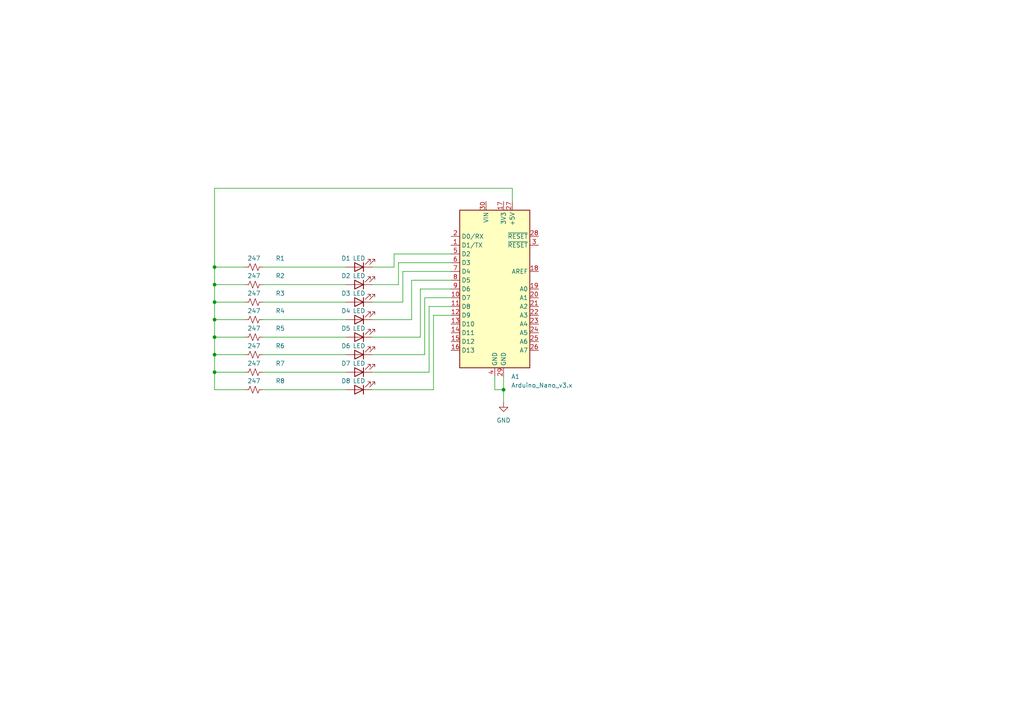
<source format=kicad_sch>
(kicad_sch (version 20230121) (generator eeschema)

  (uuid 93b3a588-1569-4d20-93b9-cf282f1e8633)

  (paper "A4")

  (title_block
    (title "ADRUINO UNO SHIELD ")
    (date "2024-01-13")
    (rev "1")
    (company "BACH KHOA UNIVERSITY")
    (comment 1 "EMBEDDED SYSTEM - TT01")
  )

  (lib_symbols
    (symbol "Device:LED" (pin_numbers hide) (pin_names (offset 1.016) hide) (in_bom yes) (on_board yes)
      (property "Reference" "D" (at 0 2.54 0)
        (effects (font (size 1.27 1.27)))
      )
      (property "Value" "LED" (at 0 -2.54 0)
        (effects (font (size 1.27 1.27)))
      )
      (property "Footprint" "" (at 0 0 0)
        (effects (font (size 1.27 1.27)) hide)
      )
      (property "Datasheet" "~" (at 0 0 0)
        (effects (font (size 1.27 1.27)) hide)
      )
      (property "ki_keywords" "LED diode" (at 0 0 0)
        (effects (font (size 1.27 1.27)) hide)
      )
      (property "ki_description" "Light emitting diode" (at 0 0 0)
        (effects (font (size 1.27 1.27)) hide)
      )
      (property "ki_fp_filters" "LED* LED_SMD:* LED_THT:*" (at 0 0 0)
        (effects (font (size 1.27 1.27)) hide)
      )
      (symbol "LED_0_1"
        (polyline
          (pts
            (xy -1.27 -1.27)
            (xy -1.27 1.27)
          )
          (stroke (width 0.254) (type default))
          (fill (type none))
        )
        (polyline
          (pts
            (xy -1.27 0)
            (xy 1.27 0)
          )
          (stroke (width 0) (type default))
          (fill (type none))
        )
        (polyline
          (pts
            (xy 1.27 -1.27)
            (xy 1.27 1.27)
            (xy -1.27 0)
            (xy 1.27 -1.27)
          )
          (stroke (width 0.254) (type default))
          (fill (type none))
        )
        (polyline
          (pts
            (xy -3.048 -0.762)
            (xy -4.572 -2.286)
            (xy -3.81 -2.286)
            (xy -4.572 -2.286)
            (xy -4.572 -1.524)
          )
          (stroke (width 0) (type default))
          (fill (type none))
        )
        (polyline
          (pts
            (xy -1.778 -0.762)
            (xy -3.302 -2.286)
            (xy -2.54 -2.286)
            (xy -3.302 -2.286)
            (xy -3.302 -1.524)
          )
          (stroke (width 0) (type default))
          (fill (type none))
        )
      )
      (symbol "LED_1_1"
        (pin passive line (at -3.81 0 0) (length 2.54)
          (name "K" (effects (font (size 1.27 1.27))))
          (number "1" (effects (font (size 1.27 1.27))))
        )
        (pin passive line (at 3.81 0 180) (length 2.54)
          (name "A" (effects (font (size 1.27 1.27))))
          (number "2" (effects (font (size 1.27 1.27))))
        )
      )
    )
    (symbol "Device:R_Small_US" (pin_numbers hide) (pin_names (offset 0.254) hide) (in_bom yes) (on_board yes)
      (property "Reference" "R" (at 0.762 0.508 0)
        (effects (font (size 1.27 1.27)) (justify left))
      )
      (property "Value" "R_Small_US" (at 0.762 -1.016 0)
        (effects (font (size 1.27 1.27)) (justify left))
      )
      (property "Footprint" "" (at 0 0 0)
        (effects (font (size 1.27 1.27)) hide)
      )
      (property "Datasheet" "~" (at 0 0 0)
        (effects (font (size 1.27 1.27)) hide)
      )
      (property "ki_keywords" "r resistor" (at 0 0 0)
        (effects (font (size 1.27 1.27)) hide)
      )
      (property "ki_description" "Resistor, small US symbol" (at 0 0 0)
        (effects (font (size 1.27 1.27)) hide)
      )
      (property "ki_fp_filters" "R_*" (at 0 0 0)
        (effects (font (size 1.27 1.27)) hide)
      )
      (symbol "R_Small_US_1_1"
        (polyline
          (pts
            (xy 0 0)
            (xy 1.016 -0.381)
            (xy 0 -0.762)
            (xy -1.016 -1.143)
            (xy 0 -1.524)
          )
          (stroke (width 0) (type default))
          (fill (type none))
        )
        (polyline
          (pts
            (xy 0 1.524)
            (xy 1.016 1.143)
            (xy 0 0.762)
            (xy -1.016 0.381)
            (xy 0 0)
          )
          (stroke (width 0) (type default))
          (fill (type none))
        )
        (pin passive line (at 0 2.54 270) (length 1.016)
          (name "~" (effects (font (size 1.27 1.27))))
          (number "1" (effects (font (size 1.27 1.27))))
        )
        (pin passive line (at 0 -2.54 90) (length 1.016)
          (name "~" (effects (font (size 1.27 1.27))))
          (number "2" (effects (font (size 1.27 1.27))))
        )
      )
    )
    (symbol "MCU_Module:Arduino_Nano_v3.x" (in_bom yes) (on_board yes)
      (property "Reference" "A" (at -10.16 23.495 0)
        (effects (font (size 1.27 1.27)) (justify left bottom))
      )
      (property "Value" "Arduino_Nano_v3.x" (at 5.08 -24.13 0)
        (effects (font (size 1.27 1.27)) (justify left top))
      )
      (property "Footprint" "Module:Arduino_Nano" (at 0 0 0)
        (effects (font (size 1.27 1.27) italic) hide)
      )
      (property "Datasheet" "http://www.mouser.com/pdfdocs/Gravitech_Arduino_Nano3_0.pdf" (at 0 0 0)
        (effects (font (size 1.27 1.27)) hide)
      )
      (property "ki_keywords" "Arduino nano microcontroller module USB" (at 0 0 0)
        (effects (font (size 1.27 1.27)) hide)
      )
      (property "ki_description" "Arduino Nano v3.x" (at 0 0 0)
        (effects (font (size 1.27 1.27)) hide)
      )
      (property "ki_fp_filters" "Arduino*Nano*" (at 0 0 0)
        (effects (font (size 1.27 1.27)) hide)
      )
      (symbol "Arduino_Nano_v3.x_0_1"
        (rectangle (start -10.16 22.86) (end 10.16 -22.86)
          (stroke (width 0.254) (type default))
          (fill (type background))
        )
      )
      (symbol "Arduino_Nano_v3.x_1_1"
        (pin bidirectional line (at -12.7 12.7 0) (length 2.54)
          (name "D1/TX" (effects (font (size 1.27 1.27))))
          (number "1" (effects (font (size 1.27 1.27))))
        )
        (pin bidirectional line (at -12.7 -2.54 0) (length 2.54)
          (name "D7" (effects (font (size 1.27 1.27))))
          (number "10" (effects (font (size 1.27 1.27))))
        )
        (pin bidirectional line (at -12.7 -5.08 0) (length 2.54)
          (name "D8" (effects (font (size 1.27 1.27))))
          (number "11" (effects (font (size 1.27 1.27))))
        )
        (pin bidirectional line (at -12.7 -7.62 0) (length 2.54)
          (name "D9" (effects (font (size 1.27 1.27))))
          (number "12" (effects (font (size 1.27 1.27))))
        )
        (pin bidirectional line (at -12.7 -10.16 0) (length 2.54)
          (name "D10" (effects (font (size 1.27 1.27))))
          (number "13" (effects (font (size 1.27 1.27))))
        )
        (pin bidirectional line (at -12.7 -12.7 0) (length 2.54)
          (name "D11" (effects (font (size 1.27 1.27))))
          (number "14" (effects (font (size 1.27 1.27))))
        )
        (pin bidirectional line (at -12.7 -15.24 0) (length 2.54)
          (name "D12" (effects (font (size 1.27 1.27))))
          (number "15" (effects (font (size 1.27 1.27))))
        )
        (pin bidirectional line (at -12.7 -17.78 0) (length 2.54)
          (name "D13" (effects (font (size 1.27 1.27))))
          (number "16" (effects (font (size 1.27 1.27))))
        )
        (pin power_out line (at 2.54 25.4 270) (length 2.54)
          (name "3V3" (effects (font (size 1.27 1.27))))
          (number "17" (effects (font (size 1.27 1.27))))
        )
        (pin input line (at 12.7 5.08 180) (length 2.54)
          (name "AREF" (effects (font (size 1.27 1.27))))
          (number "18" (effects (font (size 1.27 1.27))))
        )
        (pin bidirectional line (at 12.7 0 180) (length 2.54)
          (name "A0" (effects (font (size 1.27 1.27))))
          (number "19" (effects (font (size 1.27 1.27))))
        )
        (pin bidirectional line (at -12.7 15.24 0) (length 2.54)
          (name "D0/RX" (effects (font (size 1.27 1.27))))
          (number "2" (effects (font (size 1.27 1.27))))
        )
        (pin bidirectional line (at 12.7 -2.54 180) (length 2.54)
          (name "A1" (effects (font (size 1.27 1.27))))
          (number "20" (effects (font (size 1.27 1.27))))
        )
        (pin bidirectional line (at 12.7 -5.08 180) (length 2.54)
          (name "A2" (effects (font (size 1.27 1.27))))
          (number "21" (effects (font (size 1.27 1.27))))
        )
        (pin bidirectional line (at 12.7 -7.62 180) (length 2.54)
          (name "A3" (effects (font (size 1.27 1.27))))
          (number "22" (effects (font (size 1.27 1.27))))
        )
        (pin bidirectional line (at 12.7 -10.16 180) (length 2.54)
          (name "A4" (effects (font (size 1.27 1.27))))
          (number "23" (effects (font (size 1.27 1.27))))
        )
        (pin bidirectional line (at 12.7 -12.7 180) (length 2.54)
          (name "A5" (effects (font (size 1.27 1.27))))
          (number "24" (effects (font (size 1.27 1.27))))
        )
        (pin bidirectional line (at 12.7 -15.24 180) (length 2.54)
          (name "A6" (effects (font (size 1.27 1.27))))
          (number "25" (effects (font (size 1.27 1.27))))
        )
        (pin bidirectional line (at 12.7 -17.78 180) (length 2.54)
          (name "A7" (effects (font (size 1.27 1.27))))
          (number "26" (effects (font (size 1.27 1.27))))
        )
        (pin power_out line (at 5.08 25.4 270) (length 2.54)
          (name "+5V" (effects (font (size 1.27 1.27))))
          (number "27" (effects (font (size 1.27 1.27))))
        )
        (pin input line (at 12.7 15.24 180) (length 2.54)
          (name "~{RESET}" (effects (font (size 1.27 1.27))))
          (number "28" (effects (font (size 1.27 1.27))))
        )
        (pin power_in line (at 2.54 -25.4 90) (length 2.54)
          (name "GND" (effects (font (size 1.27 1.27))))
          (number "29" (effects (font (size 1.27 1.27))))
        )
        (pin input line (at 12.7 12.7 180) (length 2.54)
          (name "~{RESET}" (effects (font (size 1.27 1.27))))
          (number "3" (effects (font (size 1.27 1.27))))
        )
        (pin power_in line (at -2.54 25.4 270) (length 2.54)
          (name "VIN" (effects (font (size 1.27 1.27))))
          (number "30" (effects (font (size 1.27 1.27))))
        )
        (pin power_in line (at 0 -25.4 90) (length 2.54)
          (name "GND" (effects (font (size 1.27 1.27))))
          (number "4" (effects (font (size 1.27 1.27))))
        )
        (pin bidirectional line (at -12.7 10.16 0) (length 2.54)
          (name "D2" (effects (font (size 1.27 1.27))))
          (number "5" (effects (font (size 1.27 1.27))))
        )
        (pin bidirectional line (at -12.7 7.62 0) (length 2.54)
          (name "D3" (effects (font (size 1.27 1.27))))
          (number "6" (effects (font (size 1.27 1.27))))
        )
        (pin bidirectional line (at -12.7 5.08 0) (length 2.54)
          (name "D4" (effects (font (size 1.27 1.27))))
          (number "7" (effects (font (size 1.27 1.27))))
        )
        (pin bidirectional line (at -12.7 2.54 0) (length 2.54)
          (name "D5" (effects (font (size 1.27 1.27))))
          (number "8" (effects (font (size 1.27 1.27))))
        )
        (pin bidirectional line (at -12.7 0 0) (length 2.54)
          (name "D6" (effects (font (size 1.27 1.27))))
          (number "9" (effects (font (size 1.27 1.27))))
        )
      )
    )
    (symbol "power:GND" (power) (pin_names (offset 0)) (in_bom yes) (on_board yes)
      (property "Reference" "#PWR" (at 0 -6.35 0)
        (effects (font (size 1.27 1.27)) hide)
      )
      (property "Value" "GND" (at 0 -3.81 0)
        (effects (font (size 1.27 1.27)))
      )
      (property "Footprint" "" (at 0 0 0)
        (effects (font (size 1.27 1.27)) hide)
      )
      (property "Datasheet" "" (at 0 0 0)
        (effects (font (size 1.27 1.27)) hide)
      )
      (property "ki_keywords" "global power" (at 0 0 0)
        (effects (font (size 1.27 1.27)) hide)
      )
      (property "ki_description" "Power symbol creates a global label with name \"GND\" , ground" (at 0 0 0)
        (effects (font (size 1.27 1.27)) hide)
      )
      (symbol "GND_0_1"
        (polyline
          (pts
            (xy 0 0)
            (xy 0 -1.27)
            (xy 1.27 -1.27)
            (xy 0 -2.54)
            (xy -1.27 -1.27)
            (xy 0 -1.27)
          )
          (stroke (width 0) (type default))
          (fill (type none))
        )
      )
      (symbol "GND_1_1"
        (pin power_in line (at 0 0 270) (length 0) hide
          (name "GND" (effects (font (size 1.27 1.27))))
          (number "1" (effects (font (size 1.27 1.27))))
        )
      )
    )
  )

  (junction (at 62.23 107.95) (diameter 0) (color 0 0 0 0)
    (uuid 114dccc2-57e1-4727-ba28-dafea93426a5)
  )
  (junction (at 62.23 82.55) (diameter 0) (color 0 0 0 0)
    (uuid 29ae30cb-3fc8-4d47-9d74-2ae4a6656486)
  )
  (junction (at 62.23 92.71) (diameter 0) (color 0 0 0 0)
    (uuid 4577fff7-6f60-4178-8e32-283fc4e98d8b)
  )
  (junction (at 62.23 87.63) (diameter 0) (color 0 0 0 0)
    (uuid 519c315d-8498-4b7c-9104-3c0ffecdefca)
  )
  (junction (at 62.23 77.47) (diameter 0) (color 0 0 0 0)
    (uuid 99933e20-0a9e-46c3-ae73-a7a4e6f6b91e)
  )
  (junction (at 146.05 113.03) (diameter 0) (color 0 0 0 0)
    (uuid ac6ba823-4ffc-46eb-a0eb-7293479da8e1)
  )
  (junction (at 62.23 102.87) (diameter 0) (color 0 0 0 0)
    (uuid e050b4c6-b3b3-4f2a-ae69-e49aa3413cb1)
  )
  (junction (at 62.23 97.79) (diameter 0) (color 0 0 0 0)
    (uuid e3aff54a-f628-4f45-ad53-9d5ffb096dee)
  )

  (wire (pts (xy 107.95 92.71) (xy 119.38 92.71))
    (stroke (width 0) (type default))
    (uuid 00d3a8ad-5a8b-4792-bccd-c5cf31ef6816)
  )
  (wire (pts (xy 121.92 97.79) (xy 121.92 83.82))
    (stroke (width 0) (type default))
    (uuid 0113ae92-d33c-4272-8eee-c623cb940e8c)
  )
  (wire (pts (xy 76.2 82.55) (xy 100.33 82.55))
    (stroke (width 0) (type default))
    (uuid 041fbf2d-5353-487f-a58e-eeedebe56904)
  )
  (wire (pts (xy 62.23 77.47) (xy 71.12 77.47))
    (stroke (width 0) (type default))
    (uuid 050f38a2-acac-468e-9b69-638b86222fe2)
  )
  (wire (pts (xy 146.05 109.22) (xy 146.05 113.03))
    (stroke (width 0) (type default))
    (uuid 0d18e99f-fe6a-4afa-b859-8ae26673fbc2)
  )
  (wire (pts (xy 107.95 77.47) (xy 114.3 77.47))
    (stroke (width 0) (type default))
    (uuid 10150742-cdfd-43c2-b8ec-457ba1f84661)
  )
  (wire (pts (xy 119.38 92.71) (xy 119.38 81.28))
    (stroke (width 0) (type default))
    (uuid 1bc9db8a-2d82-4ea3-9f23-924006d690f6)
  )
  (wire (pts (xy 115.57 76.2) (xy 130.81 76.2))
    (stroke (width 0) (type default))
    (uuid 219d28ce-db2e-4e87-8621-15874c32d962)
  )
  (wire (pts (xy 62.23 97.79) (xy 62.23 102.87))
    (stroke (width 0) (type default))
    (uuid 25a15979-8d63-4eae-92f8-c63d4284a24b)
  )
  (wire (pts (xy 123.19 102.87) (xy 123.19 86.36))
    (stroke (width 0) (type default))
    (uuid 279d9ce6-a1bb-43ce-b713-197bb19d3ddf)
  )
  (wire (pts (xy 76.2 77.47) (xy 100.33 77.47))
    (stroke (width 0) (type default))
    (uuid 289c868e-bc61-4f09-8ccd-21328876c36b)
  )
  (wire (pts (xy 62.23 87.63) (xy 71.12 87.63))
    (stroke (width 0) (type default))
    (uuid 29f8f6ca-734a-4922-a521-82efe39775ee)
  )
  (wire (pts (xy 107.95 87.63) (xy 116.84 87.63))
    (stroke (width 0) (type default))
    (uuid 2c5ebcb8-3acf-46b9-8555-931f8e7ac456)
  )
  (wire (pts (xy 116.84 87.63) (xy 116.84 78.74))
    (stroke (width 0) (type default))
    (uuid 2d1146a3-fdd2-410c-8049-97980c4e8b43)
  )
  (wire (pts (xy 62.23 107.95) (xy 71.12 107.95))
    (stroke (width 0) (type default))
    (uuid 2e941c50-0446-4b66-9e09-75ece8b26879)
  )
  (wire (pts (xy 124.46 107.95) (xy 124.46 88.9))
    (stroke (width 0) (type default))
    (uuid 31364d5b-b94a-4aee-b31e-984499046b38)
  )
  (wire (pts (xy 107.95 113.03) (xy 125.73 113.03))
    (stroke (width 0) (type default))
    (uuid 3309a9a3-d8c2-4606-9e62-b4feb9909efc)
  )
  (wire (pts (xy 76.2 113.03) (xy 100.33 113.03))
    (stroke (width 0) (type default))
    (uuid 3b9ed9c1-b623-4671-a5fe-88a636602eaf)
  )
  (wire (pts (xy 123.19 86.36) (xy 130.81 86.36))
    (stroke (width 0) (type default))
    (uuid 3c14faac-4cc9-4cb5-9bde-0c664a7e071e)
  )
  (wire (pts (xy 62.23 92.71) (xy 62.23 97.79))
    (stroke (width 0) (type default))
    (uuid 3f8252f7-9ee7-479e-a47e-34e1044e723e)
  )
  (wire (pts (xy 107.95 97.79) (xy 121.92 97.79))
    (stroke (width 0) (type default))
    (uuid 42561649-9ad1-49ab-9a68-8eb916b5ab83)
  )
  (wire (pts (xy 107.95 107.95) (xy 124.46 107.95))
    (stroke (width 0) (type default))
    (uuid 42b9aec4-0c1c-4bbc-84cc-af44428ae6af)
  )
  (wire (pts (xy 125.73 113.03) (xy 125.73 91.44))
    (stroke (width 0) (type default))
    (uuid 430cd7a8-3161-4c22-ac31-f98d93da2c11)
  )
  (wire (pts (xy 116.84 78.74) (xy 130.81 78.74))
    (stroke (width 0) (type default))
    (uuid 5849ab2e-7b5e-42d7-bd62-fa570e70bc2c)
  )
  (wire (pts (xy 76.2 102.87) (xy 100.33 102.87))
    (stroke (width 0) (type default))
    (uuid 5b8bbf2d-95c1-40a1-9483-06c31b5345ef)
  )
  (wire (pts (xy 62.23 102.87) (xy 71.12 102.87))
    (stroke (width 0) (type default))
    (uuid 60e466b9-ffce-417b-85d0-819e16ae4974)
  )
  (wire (pts (xy 62.23 82.55) (xy 62.23 87.63))
    (stroke (width 0) (type default))
    (uuid 61b43ee8-20b5-44fe-9e84-380d750ce103)
  )
  (wire (pts (xy 62.23 54.61) (xy 62.23 77.47))
    (stroke (width 0) (type default))
    (uuid 643bc520-ff5f-4794-ab17-57f3c23e725e)
  )
  (wire (pts (xy 62.23 97.79) (xy 71.12 97.79))
    (stroke (width 0) (type default))
    (uuid 64c4471e-f53e-4222-9326-57a28cae6aa9)
  )
  (wire (pts (xy 143.51 109.22) (xy 143.51 113.03))
    (stroke (width 0) (type default))
    (uuid 668af79b-a65c-4bcc-9544-ff40a33783dd)
  )
  (wire (pts (xy 76.2 87.63) (xy 100.33 87.63))
    (stroke (width 0) (type default))
    (uuid 76a426fb-57a1-4a95-8e5c-4b7fe8505173)
  )
  (wire (pts (xy 62.23 87.63) (xy 62.23 92.71))
    (stroke (width 0) (type default))
    (uuid 7ff2217d-333f-4377-8302-dbd532892ae4)
  )
  (wire (pts (xy 76.2 107.95) (xy 100.33 107.95))
    (stroke (width 0) (type default))
    (uuid 89750da2-6ea7-4d39-a8da-02cb4c77cf23)
  )
  (wire (pts (xy 76.2 92.71) (xy 100.33 92.71))
    (stroke (width 0) (type default))
    (uuid 926e9be1-d56f-4495-bd19-42b17d27d26a)
  )
  (wire (pts (xy 62.23 107.95) (xy 62.23 113.03))
    (stroke (width 0) (type default))
    (uuid 98e5c29f-7561-4bd1-9881-6fe5455c7a7e)
  )
  (wire (pts (xy 148.59 54.61) (xy 62.23 54.61))
    (stroke (width 0) (type default))
    (uuid 9fb9e839-664a-4d0d-9299-577c7afff7b1)
  )
  (wire (pts (xy 148.59 58.42) (xy 148.59 54.61))
    (stroke (width 0) (type default))
    (uuid a0fe2ceb-d56c-4297-aa6e-b4649095f14f)
  )
  (wire (pts (xy 114.3 77.47) (xy 114.3 73.66))
    (stroke (width 0) (type default))
    (uuid a1f24946-69ce-4220-89dc-57a55a629b1c)
  )
  (wire (pts (xy 143.51 113.03) (xy 146.05 113.03))
    (stroke (width 0) (type default))
    (uuid a5218a91-af65-4029-bd7d-a504a8e08490)
  )
  (wire (pts (xy 124.46 88.9) (xy 130.81 88.9))
    (stroke (width 0) (type default))
    (uuid a6942958-f95a-469b-8446-07797aacafc7)
  )
  (wire (pts (xy 121.92 83.82) (xy 130.81 83.82))
    (stroke (width 0) (type default))
    (uuid acaf2e3d-dbfc-419a-81f5-54aa857391d7)
  )
  (wire (pts (xy 76.2 97.79) (xy 100.33 97.79))
    (stroke (width 0) (type default))
    (uuid b670dc22-a008-429e-8265-986dcad7d607)
  )
  (wire (pts (xy 115.57 82.55) (xy 115.57 76.2))
    (stroke (width 0) (type default))
    (uuid bc4506bc-cb07-405f-acb0-8ecd4fdc8052)
  )
  (wire (pts (xy 146.05 113.03) (xy 146.05 116.84))
    (stroke (width 0) (type default))
    (uuid bc97bf90-1603-4bba-a210-530f84e10d01)
  )
  (wire (pts (xy 62.23 82.55) (xy 71.12 82.55))
    (stroke (width 0) (type default))
    (uuid bee9c029-fe90-4ba0-91fe-8b791a690e5f)
  )
  (wire (pts (xy 62.23 113.03) (xy 71.12 113.03))
    (stroke (width 0) (type default))
    (uuid bf833516-c015-4bb7-9d90-0e5912271b7b)
  )
  (wire (pts (xy 62.23 102.87) (xy 62.23 107.95))
    (stroke (width 0) (type default))
    (uuid c4c51628-d7e0-4ded-a5ef-6ca818effa70)
  )
  (wire (pts (xy 107.95 82.55) (xy 115.57 82.55))
    (stroke (width 0) (type default))
    (uuid c896ebd5-2843-44e9-88b0-d9fbae998833)
  )
  (wire (pts (xy 107.95 102.87) (xy 123.19 102.87))
    (stroke (width 0) (type default))
    (uuid d130eddd-9d72-4f7f-af19-818cb40f18d9)
  )
  (wire (pts (xy 62.23 92.71) (xy 71.12 92.71))
    (stroke (width 0) (type default))
    (uuid d2219847-cf80-4fd6-b30b-47608b17e3fa)
  )
  (wire (pts (xy 125.73 91.44) (xy 130.81 91.44))
    (stroke (width 0) (type default))
    (uuid f721f88e-6495-4235-aa31-659427230f2f)
  )
  (wire (pts (xy 62.23 77.47) (xy 62.23 82.55))
    (stroke (width 0) (type default))
    (uuid fdad30ec-af8a-4291-bb85-dacb61245d0d)
  )
  (wire (pts (xy 114.3 73.66) (xy 130.81 73.66))
    (stroke (width 0) (type default))
    (uuid ff7ce833-f840-4790-90ab-22047298685e)
  )
  (wire (pts (xy 119.38 81.28) (xy 130.81 81.28))
    (stroke (width 0) (type default))
    (uuid fff122db-078a-47b0-a234-03f9ad4980c2)
  )

  (symbol (lib_id "Device:LED") (at 104.14 82.55 180) (unit 1)
    (in_bom yes) (on_board yes) (dnp no)
    (uuid 07ec3f49-22eb-410a-87c8-4babe266b309)
    (property "Reference" "D2" (at 100.33 80.01 0)
      (effects (font (size 1.27 1.27)))
    )
    (property "Value" "LED" (at 104.14 80.01 0)
      (effects (font (size 1.27 1.27)))
    )
    (property "Footprint" "LED_SMD:LED_0805_2012Metric" (at 104.14 82.55 0)
      (effects (font (size 1.27 1.27)) hide)
    )
    (property "Datasheet" "~" (at 104.14 82.55 0)
      (effects (font (size 1.27 1.27)) hide)
    )
    (pin "1" (uuid c5e0234f-bd79-41b0-9093-49bed8107842))
    (pin "2" (uuid eac2e567-9c6d-4992-b77c-75ff5c3a3cff))
    (instances
      (project "HW1"
        (path "/93b3a588-1569-4d20-93b9-cf282f1e8633"
          (reference "D2") (unit 1)
        )
      )
    )
  )

  (symbol (lib_id "Device:LED") (at 104.14 102.87 180) (unit 1)
    (in_bom yes) (on_board yes) (dnp no)
    (uuid 0a7a7942-1b0c-44c8-93bb-260c2e10576c)
    (property "Reference" "D6" (at 100.33 100.33 0)
      (effects (font (size 1.27 1.27)))
    )
    (property "Value" "LED" (at 104.14 100.33 0)
      (effects (font (size 1.27 1.27)))
    )
    (property "Footprint" "LED_SMD:LED_0805_2012Metric" (at 104.14 102.87 0)
      (effects (font (size 1.27 1.27)) hide)
    )
    (property "Datasheet" "~" (at 104.14 102.87 0)
      (effects (font (size 1.27 1.27)) hide)
    )
    (pin "1" (uuid 938a89e6-9ddb-4823-a8ca-f2d9625a737a))
    (pin "2" (uuid d2d34ac2-16fa-4cbd-88c9-f24494eb3d69))
    (instances
      (project "HW1"
        (path "/93b3a588-1569-4d20-93b9-cf282f1e8633"
          (reference "D6") (unit 1)
        )
      )
    )
  )

  (symbol (lib_id "Device:R_Small_US") (at 73.66 102.87 90) (unit 1)
    (in_bom yes) (on_board yes) (dnp no)
    (uuid 36146ec1-a087-4e0e-8469-2715d6df3d78)
    (property "Reference" "R6" (at 81.28 100.33 90)
      (effects (font (size 1.27 1.27)))
    )
    (property "Value" "247" (at 73.66 100.33 90)
      (effects (font (size 1.27 1.27)))
    )
    (property "Footprint" "Resistor_SMD:R_0603_1608Metric" (at 73.66 102.87 0)
      (effects (font (size 1.27 1.27)) hide)
    )
    (property "Datasheet" "~" (at 73.66 102.87 0)
      (effects (font (size 1.27 1.27)) hide)
    )
    (pin "2" (uuid bc754dfc-1505-4d04-9055-746a30b9223a))
    (pin "1" (uuid 53e92727-d327-46c3-9bac-02b6e6545a43))
    (instances
      (project "HW1"
        (path "/93b3a588-1569-4d20-93b9-cf282f1e8633"
          (reference "R6") (unit 1)
        )
      )
    )
  )

  (symbol (lib_id "Device:LED") (at 104.14 92.71 180) (unit 1)
    (in_bom yes) (on_board yes) (dnp no)
    (uuid 4198ca5f-238e-4b32-85e4-c0cfd7f17987)
    (property "Reference" "D4" (at 100.33 90.17 0)
      (effects (font (size 1.27 1.27)))
    )
    (property "Value" "LED" (at 104.14 90.17 0)
      (effects (font (size 1.27 1.27)))
    )
    (property "Footprint" "LED_SMD:LED_0805_2012Metric" (at 104.14 92.71 0)
      (effects (font (size 1.27 1.27)) hide)
    )
    (property "Datasheet" "~" (at 104.14 92.71 0)
      (effects (font (size 1.27 1.27)) hide)
    )
    (pin "1" (uuid 0591a094-9699-461c-b41f-147f3ae17f7c))
    (pin "2" (uuid a7c151e4-2486-49cd-9950-964610319418))
    (instances
      (project "HW1"
        (path "/93b3a588-1569-4d20-93b9-cf282f1e8633"
          (reference "D4") (unit 1)
        )
      )
    )
  )

  (symbol (lib_id "Device:LED") (at 104.14 87.63 180) (unit 1)
    (in_bom yes) (on_board yes) (dnp no)
    (uuid 431d83f0-a1cd-48f9-85af-dfdcb8f50521)
    (property "Reference" "D3" (at 100.33 85.09 0)
      (effects (font (size 1.27 1.27)))
    )
    (property "Value" "LED" (at 104.14 85.09 0)
      (effects (font (size 1.27 1.27)))
    )
    (property "Footprint" "LED_SMD:LED_0805_2012Metric" (at 104.14 87.63 0)
      (effects (font (size 1.27 1.27)) hide)
    )
    (property "Datasheet" "~" (at 104.14 87.63 0)
      (effects (font (size 1.27 1.27)) hide)
    )
    (pin "1" (uuid d4714f23-e7ad-47fc-847d-dab14c9b85ac))
    (pin "2" (uuid adb7dbf8-232c-4c89-bcb2-8afd84f3add5))
    (instances
      (project "HW1"
        (path "/93b3a588-1569-4d20-93b9-cf282f1e8633"
          (reference "D3") (unit 1)
        )
      )
    )
  )

  (symbol (lib_id "Device:R_Small_US") (at 73.66 113.03 90) (unit 1)
    (in_bom yes) (on_board yes) (dnp no)
    (uuid 48a77390-660c-4e51-8ea1-4123f2389618)
    (property "Reference" "R8" (at 81.28 110.49 90)
      (effects (font (size 1.27 1.27)))
    )
    (property "Value" "247" (at 73.66 110.49 90)
      (effects (font (size 1.27 1.27)))
    )
    (property "Footprint" "Resistor_SMD:R_0603_1608Metric" (at 73.66 113.03 0)
      (effects (font (size 1.27 1.27)) hide)
    )
    (property "Datasheet" "~" (at 73.66 113.03 0)
      (effects (font (size 1.27 1.27)) hide)
    )
    (pin "2" (uuid 2b710185-0bf2-4025-9b8d-636936253440))
    (pin "1" (uuid fd9acd87-308f-42c9-b696-2c509196691f))
    (instances
      (project "HW1"
        (path "/93b3a588-1569-4d20-93b9-cf282f1e8633"
          (reference "R8") (unit 1)
        )
      )
    )
  )

  (symbol (lib_id "Device:LED") (at 104.14 107.95 180) (unit 1)
    (in_bom yes) (on_board yes) (dnp no)
    (uuid 4b1bc306-c3f0-4263-9b80-c28bb7e7a5b4)
    (property "Reference" "D7" (at 100.33 105.41 0)
      (effects (font (size 1.27 1.27)))
    )
    (property "Value" "LED" (at 104.14 105.41 0)
      (effects (font (size 1.27 1.27)))
    )
    (property "Footprint" "LED_SMD:LED_0805_2012Metric" (at 104.14 107.95 0)
      (effects (font (size 1.27 1.27)) hide)
    )
    (property "Datasheet" "~" (at 104.14 107.95 0)
      (effects (font (size 1.27 1.27)) hide)
    )
    (pin "1" (uuid 1fbd9b3d-8b6d-41ef-b1e3-82a227a64856))
    (pin "2" (uuid 842f15ad-4c16-4653-a781-7e6d56b224ae))
    (instances
      (project "HW1"
        (path "/93b3a588-1569-4d20-93b9-cf282f1e8633"
          (reference "D7") (unit 1)
        )
      )
    )
  )

  (symbol (lib_id "Device:R_Small_US") (at 73.66 107.95 90) (unit 1)
    (in_bom yes) (on_board yes) (dnp no)
    (uuid 6b30e3f2-5f8f-48cb-abbc-7b258ef995e5)
    (property "Reference" "R7" (at 81.28 105.41 90)
      (effects (font (size 1.27 1.27)))
    )
    (property "Value" "247" (at 73.66 105.41 90)
      (effects (font (size 1.27 1.27)))
    )
    (property "Footprint" "Resistor_SMD:R_0603_1608Metric" (at 73.66 107.95 0)
      (effects (font (size 1.27 1.27)) hide)
    )
    (property "Datasheet" "~" (at 73.66 107.95 0)
      (effects (font (size 1.27 1.27)) hide)
    )
    (pin "2" (uuid 51f9e5e3-710e-40d9-af01-420c35a620c3))
    (pin "1" (uuid d7d35fb4-455b-4867-9ad0-906eb8e795e3))
    (instances
      (project "HW1"
        (path "/93b3a588-1569-4d20-93b9-cf282f1e8633"
          (reference "R7") (unit 1)
        )
      )
    )
  )

  (symbol (lib_id "Device:R_Small_US") (at 73.66 97.79 90) (unit 1)
    (in_bom yes) (on_board yes) (dnp no)
    (uuid 80501b26-9514-4644-91a2-44794fa4d324)
    (property "Reference" "R5" (at 81.28 95.25 90)
      (effects (font (size 1.27 1.27)))
    )
    (property "Value" "247" (at 73.66 95.25 90)
      (effects (font (size 1.27 1.27)))
    )
    (property "Footprint" "Resistor_SMD:R_0603_1608Metric" (at 73.66 97.79 0)
      (effects (font (size 1.27 1.27)) hide)
    )
    (property "Datasheet" "~" (at 73.66 97.79 0)
      (effects (font (size 1.27 1.27)) hide)
    )
    (pin "2" (uuid 3e340b9f-4bc1-4e08-85b8-a92535078fd4))
    (pin "1" (uuid cd70894f-f4fd-4af9-ba0a-94f4fec3bdbd))
    (instances
      (project "HW1"
        (path "/93b3a588-1569-4d20-93b9-cf282f1e8633"
          (reference "R5") (unit 1)
        )
      )
    )
  )

  (symbol (lib_id "Device:LED") (at 104.14 113.03 180) (unit 1)
    (in_bom yes) (on_board yes) (dnp no)
    (uuid 8f4156ff-4bc5-47d0-b144-283a32762dc5)
    (property "Reference" "D8" (at 100.33 110.49 0)
      (effects (font (size 1.27 1.27)))
    )
    (property "Value" "LED" (at 104.14 110.49 0)
      (effects (font (size 1.27 1.27)))
    )
    (property "Footprint" "LED_SMD:LED_0805_2012Metric" (at 104.14 113.03 0)
      (effects (font (size 1.27 1.27)) hide)
    )
    (property "Datasheet" "~" (at 104.14 113.03 0)
      (effects (font (size 1.27 1.27)) hide)
    )
    (pin "1" (uuid 86d0d0a8-412d-48a1-b776-26baaad38941))
    (pin "2" (uuid 3759a0b1-c4eb-4ca3-8cfc-5d99b7520d08))
    (instances
      (project "HW1"
        (path "/93b3a588-1569-4d20-93b9-cf282f1e8633"
          (reference "D8") (unit 1)
        )
      )
    )
  )

  (symbol (lib_id "Device:R_Small_US") (at 73.66 82.55 90) (unit 1)
    (in_bom yes) (on_board yes) (dnp no)
    (uuid 916bc190-1519-4b54-b1c2-9cbdbb274278)
    (property "Reference" "R2" (at 81.28 80.01 90)
      (effects (font (size 1.27 1.27)))
    )
    (property "Value" "247" (at 73.66 80.01 90)
      (effects (font (size 1.27 1.27)))
    )
    (property "Footprint" "Resistor_SMD:R_0603_1608Metric" (at 73.66 82.55 0)
      (effects (font (size 1.27 1.27)) hide)
    )
    (property "Datasheet" "~" (at 73.66 82.55 0)
      (effects (font (size 1.27 1.27)) hide)
    )
    (pin "2" (uuid d095d336-c262-494a-b37a-3c2969a1eb8e))
    (pin "1" (uuid 36fb08b4-0395-4508-9984-cc108bf9ebb2))
    (instances
      (project "HW1"
        (path "/93b3a588-1569-4d20-93b9-cf282f1e8633"
          (reference "R2") (unit 1)
        )
      )
    )
  )

  (symbol (lib_id "Device:R_Small_US") (at 73.66 92.71 90) (unit 1)
    (in_bom yes) (on_board yes) (dnp no)
    (uuid 99291bdc-d3ed-4f7f-b405-8ff64492f8fa)
    (property "Reference" "R4" (at 81.28 90.17 90)
      (effects (font (size 1.27 1.27)))
    )
    (property "Value" "247" (at 73.66 90.17 90)
      (effects (font (size 1.27 1.27)))
    )
    (property "Footprint" "Resistor_SMD:R_0603_1608Metric" (at 73.66 92.71 0)
      (effects (font (size 1.27 1.27)) hide)
    )
    (property "Datasheet" "~" (at 73.66 92.71 0)
      (effects (font (size 1.27 1.27)) hide)
    )
    (pin "2" (uuid df74b99b-825e-4d5d-8034-fb9f94ece04d))
    (pin "1" (uuid 6378cf97-9c4b-422e-965f-98f1f481a49a))
    (instances
      (project "HW1"
        (path "/93b3a588-1569-4d20-93b9-cf282f1e8633"
          (reference "R4") (unit 1)
        )
      )
    )
  )

  (symbol (lib_id "MCU_Module:Arduino_Nano_v3.x") (at 143.51 83.82 0) (unit 1)
    (in_bom yes) (on_board yes) (dnp no) (fields_autoplaced)
    (uuid 9bb80b42-bcea-4c29-88b2-f95ec26c1eef)
    (property "Reference" "A1" (at 148.2441 109.22 0)
      (effects (font (size 1.27 1.27)) (justify left))
    )
    (property "Value" "Arduino_Nano_v3.x" (at 148.2441 111.76 0)
      (effects (font (size 1.27 1.27)) (justify left))
    )
    (property "Footprint" "Module:Arduino_Nano" (at 143.51 83.82 0)
      (effects (font (size 1.27 1.27) italic) hide)
    )
    (property "Datasheet" "http://www.mouser.com/pdfdocs/Gravitech_Arduino_Nano3_0.pdf" (at 143.51 83.82 0)
      (effects (font (size 1.27 1.27)) hide)
    )
    (pin "12" (uuid 86ca70ae-e456-4c2d-bd01-b96df4bf67fd))
    (pin "17" (uuid 2d28b1a0-db20-40ce-8e67-f733b21a6335))
    (pin "28" (uuid 5068e060-511a-4d26-93dc-72fcecaaae59))
    (pin "30" (uuid 3f3e4720-5712-46a0-a67f-11c9b53ede7d))
    (pin "16" (uuid 422d414d-eae5-4d53-91ca-2d8468ded6fb))
    (pin "23" (uuid de351ecb-cda7-4071-9f23-4c1eba8b5cb4))
    (pin "4" (uuid 8ea3f976-f080-4fdf-b755-aece8fa7c44c))
    (pin "8" (uuid a351e08c-8eb9-4244-9c89-f6298f253d94))
    (pin "9" (uuid f275e1f3-690a-4eac-9969-0afdbcce5cb7))
    (pin "13" (uuid 213133fe-daef-4f2a-aa82-df9a713d9195))
    (pin "3" (uuid 742c3b44-3c16-4dbf-adb8-7e4b103b3d5a))
    (pin "1" (uuid da13acdb-847e-4136-9c4f-821acf3b70a2))
    (pin "14" (uuid 12be08e9-2946-479c-8cd8-6d088e6dd78e))
    (pin "25" (uuid f87e8909-32ba-4a76-8d7d-39fcf2084b00))
    (pin "11" (uuid d9c3819b-b22e-46d7-89ff-de0ac2e2e6c1))
    (pin "24" (uuid 32973dbe-0c67-4438-83e9-4ed18afaf747))
    (pin "22" (uuid 6a9e2fa5-734a-42bf-9e7c-9ffdd8fa8367))
    (pin "20" (uuid eac97897-f0f9-46fc-8a21-39a80238e4d6))
    (pin "15" (uuid ce468e8e-d8ab-4a8f-ac25-e9cd576748f7))
    (pin "29" (uuid baf189e9-dc6e-4f0c-a187-6cbb5e8c789b))
    (pin "27" (uuid e0830ca8-2697-4fdd-a7b8-12b375397c76))
    (pin "5" (uuid 6d2363d3-7f15-4d84-b71c-6a89cfc4eae9))
    (pin "2" (uuid f046af99-d889-4e03-85ba-18f896b26227))
    (pin "19" (uuid eadf49aa-f6bd-4f6c-9320-fa95e8ef1e94))
    (pin "26" (uuid 3499ee83-7258-4956-8ca2-ff8af0fa04fb))
    (pin "21" (uuid fe276dc7-f809-40b4-b292-28dfb31074d3))
    (pin "6" (uuid 25b0d97b-5690-473d-9d80-91ef19cdb230))
    (pin "7" (uuid 6ea00ac5-1fd1-4044-b2ee-4a3576b3b7bb))
    (pin "10" (uuid a643f80e-2c90-42a0-9d6d-45c7e63308e4))
    (pin "18" (uuid b9bbd9f8-3329-478f-8301-9930cf1b7a63))
    (instances
      (project "HW1"
        (path "/93b3a588-1569-4d20-93b9-cf282f1e8633"
          (reference "A1") (unit 1)
        )
      )
    )
  )

  (symbol (lib_id "Device:LED") (at 104.14 97.79 180) (unit 1)
    (in_bom yes) (on_board yes) (dnp no)
    (uuid ae7b6c3c-4e5c-419c-b9bc-96e7702f1996)
    (property "Reference" "D5" (at 100.33 95.25 0)
      (effects (font (size 1.27 1.27)))
    )
    (property "Value" "LED" (at 104.14 95.25 0)
      (effects (font (size 1.27 1.27)))
    )
    (property "Footprint" "LED_SMD:LED_0805_2012Metric" (at 104.14 97.79 0)
      (effects (font (size 1.27 1.27)) hide)
    )
    (property "Datasheet" "~" (at 104.14 97.79 0)
      (effects (font (size 1.27 1.27)) hide)
    )
    (pin "1" (uuid 36cbd469-e625-4291-938c-4965fa25896f))
    (pin "2" (uuid 31f5cb86-7ada-450a-807c-416c1a9e7919))
    (instances
      (project "HW1"
        (path "/93b3a588-1569-4d20-93b9-cf282f1e8633"
          (reference "D5") (unit 1)
        )
      )
    )
  )

  (symbol (lib_id "Device:R_Small_US") (at 73.66 77.47 90) (unit 1)
    (in_bom yes) (on_board yes) (dnp no)
    (uuid bc949ddc-94f6-4d03-8483-12d669993b73)
    (property "Reference" "R1" (at 81.28 74.93 90)
      (effects (font (size 1.27 1.27)))
    )
    (property "Value" "247" (at 73.66 74.93 90)
      (effects (font (size 1.27 1.27)))
    )
    (property "Footprint" "Resistor_SMD:R_0603_1608Metric" (at 73.66 77.47 0)
      (effects (font (size 1.27 1.27)) hide)
    )
    (property "Datasheet" "~" (at 73.66 77.47 0)
      (effects (font (size 1.27 1.27)) hide)
    )
    (pin "2" (uuid 2c0d721e-028f-4c3c-88b6-1148d3b427a2))
    (pin "1" (uuid aaeed432-0a17-4d14-b890-bfbc178b9ad1))
    (instances
      (project "HW1"
        (path "/93b3a588-1569-4d20-93b9-cf282f1e8633"
          (reference "R1") (unit 1)
        )
      )
    )
  )

  (symbol (lib_id "Device:R_Small_US") (at 73.66 87.63 90) (unit 1)
    (in_bom yes) (on_board yes) (dnp no)
    (uuid d280ecbe-41f8-4c4d-be94-4547c0c2e6aa)
    (property "Reference" "R3" (at 81.28 85.09 90)
      (effects (font (size 1.27 1.27)))
    )
    (property "Value" "247" (at 73.66 85.09 90)
      (effects (font (size 1.27 1.27)))
    )
    (property "Footprint" "Resistor_SMD:R_0603_1608Metric" (at 73.66 87.63 0)
      (effects (font (size 1.27 1.27)) hide)
    )
    (property "Datasheet" "~" (at 73.66 87.63 0)
      (effects (font (size 1.27 1.27)) hide)
    )
    (pin "2" (uuid 4bcab7b5-60b4-4bf3-92b7-2e9cf269cb86))
    (pin "1" (uuid 0462de3e-4a0f-44fe-8104-c6861ce45920))
    (instances
      (project "HW1"
        (path "/93b3a588-1569-4d20-93b9-cf282f1e8633"
          (reference "R3") (unit 1)
        )
      )
    )
  )

  (symbol (lib_id "power:GND") (at 146.05 116.84 0) (unit 1)
    (in_bom yes) (on_board yes) (dnp no) (fields_autoplaced)
    (uuid dd7c9986-3426-439c-a410-b8c67d366062)
    (property "Reference" "#PWR01" (at 146.05 123.19 0)
      (effects (font (size 1.27 1.27)) hide)
    )
    (property "Value" "GND" (at 146.05 121.92 0)
      (effects (font (size 1.27 1.27)))
    )
    (property "Footprint" "" (at 146.05 116.84 0)
      (effects (font (size 1.27 1.27)) hide)
    )
    (property "Datasheet" "" (at 146.05 116.84 0)
      (effects (font (size 1.27 1.27)) hide)
    )
    (pin "1" (uuid 68e8e604-5ca3-48e8-8ea2-38f7f38caa2f))
    (instances
      (project "HW1"
        (path "/93b3a588-1569-4d20-93b9-cf282f1e8633"
          (reference "#PWR01") (unit 1)
        )
      )
    )
  )

  (symbol (lib_id "Device:LED") (at 104.14 77.47 180) (unit 1)
    (in_bom yes) (on_board yes) (dnp no)
    (uuid e84bf54a-f139-4c59-a0a1-ffeeaa244b49)
    (property "Reference" "D1" (at 100.33 74.93 0)
      (effects (font (size 1.27 1.27)))
    )
    (property "Value" "LED" (at 104.14 74.93 0)
      (effects (font (size 1.27 1.27)))
    )
    (property "Footprint" "LED_SMD:LED_0805_2012Metric" (at 104.14 77.47 0)
      (effects (font (size 1.27 1.27)) hide)
    )
    (property "Datasheet" "~" (at 104.14 77.47 0)
      (effects (font (size 1.27 1.27)) hide)
    )
    (pin "1" (uuid da15fdff-be0c-4fae-af49-19a5ec27721e))
    (pin "2" (uuid a496f05e-71e8-4acd-8962-17c34e607af7))
    (instances
      (project "HW1"
        (path "/93b3a588-1569-4d20-93b9-cf282f1e8633"
          (reference "D1") (unit 1)
        )
      )
    )
  )

  (sheet_instances
    (path "/" (page "1"))
  )
)

</source>
